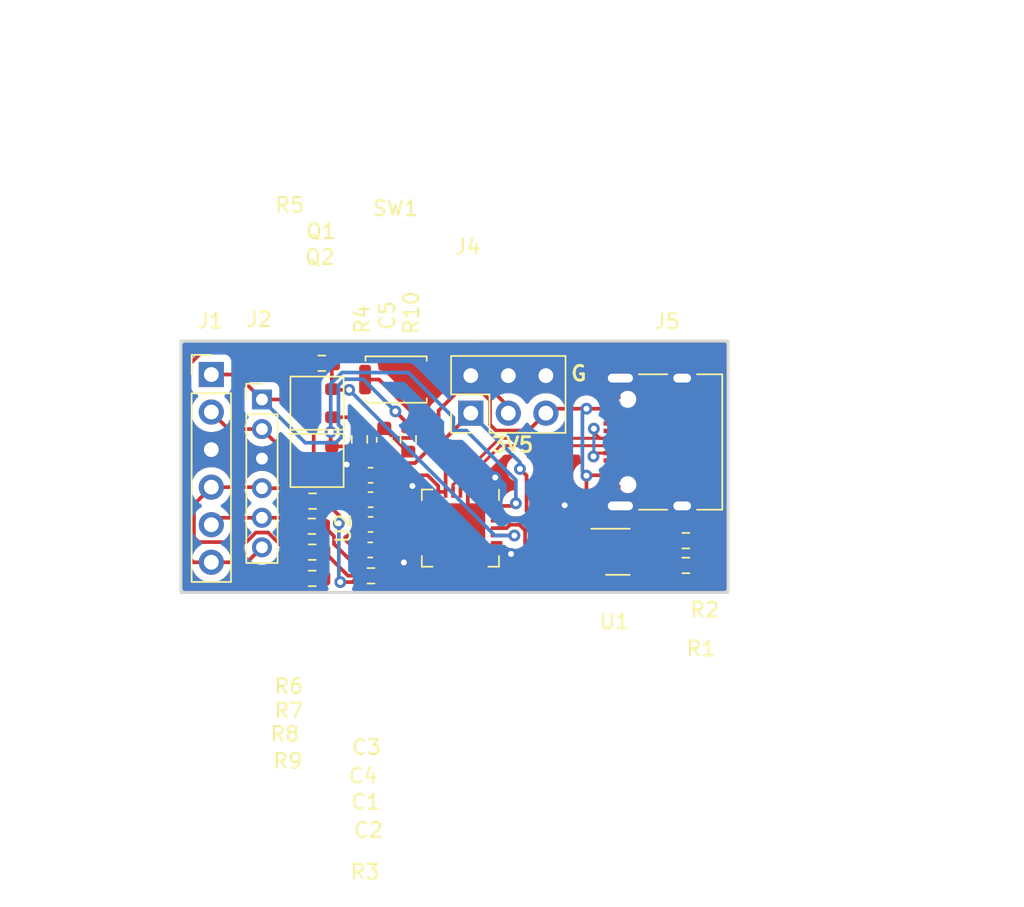
<source format=kicad_pcb>
(kicad_pcb (version 20221018) (generator pcbnew)
  (layers (0 "F.Cu" signal) (31 "B.Cu" signal) (34 "B.Paste" user) (35 "F.Paste" user) (36 "B.SilkS" user "B.Silkscreen") (37 "F.SilkS" user "F.Silkscreen") (38 "B.Mask" user) (39 "F.Mask" user) (44 "Edge.Cuts" user))
  (net 0 "")
  (net 1 "/5V")
  (net 2 "GND")
  (net 3 "/3V3")
  (net 4 "/EN")
  (net 5 "/IO0")
  (net 6 "/RX")
  (net 7 "/VOUT")
  (net 8 "Net-(J5-CC1)")
  (net 9 "/D+")
  (net 10 "/D-")
  (net 11 "Net-(J5-CC2)")
  (net 12 "Net-(Q1-B)")
  (net 13 "/RTS")
  (net 14 "Net-(Q2-B)")
  (net 15 "/DTR")
  (net 16 "Net-(U2-TXD)")
  (net 17 "/TXD")
  (net 18 "/TX")
  (net 19 "/RXD")
  (net 39 "Net-(C5-Pad2)")
  (footprint "Resistor_SMD:R_0603_1608Metric" (layer "F.Cu") (at 108.9 70.825)
    (fp_text reference "R6" (at -1.6 12.525) (layer "F.SilkS"))
    (fp_text value "0")
    (fp_line (start -0.237258 -0.5225) (end 0.237258 -0.5225) (stroke (width 0.12)) (layer "F.SilkS"))
    (fp_line (start -0.237258 0.5225) (end 0.237258 0.5225) (stroke (width 0.12)) (layer "F.SilkS"))
    (pad "1" smd roundrect (at -0.825 0) (size 0.8 0.95) (layers "F.Cu" "F.Paste" "F.Mask") (net 6 "/RX"))
    (pad "2" smd roundrect (at 0.825 0) (size 0.8 0.95) (layers "F.Cu" "F.Paste" "F.Mask") (net 17 "/TXD"))
  )
  (footprint "Resistor_SMD:R_0603_1608Metric" (layer "F.Cu") (at 112.075 66.65 90)
    (fp_text reference "R4" (at 8.125 0.175 90) (layer "F.SilkS"))
    (fp_text value "12k")
    (fp_line (start -0.237258 -0.5225) (end 0.237258 -0.5225) (stroke (width 0.12)) (layer "F.SilkS"))
    (fp_line (start -0.237258 0.5225) (end 0.237258 0.5225) (stroke (width 0.12)) (layer "F.SilkS"))
    (pad "1" smd roundrect (at -0.825 0 90) (size 0.8 0.95) (layers "F.Cu" "F.Paste" "F.Mask") (net 15 "/DTR"))
    (pad "2" smd roundrect (at 0.825 0 90) (size 0.8 0.95) (layers "F.Cu" "F.Paste" "F.Mask") (net 12 "Net-(Q1-B)"))
  )
  (footprint "Connector_USB:USB_C_Receptacle_XKB_U262-16XN-4BVC11" (layer "F.Cu") (at 132.825 66.825 90)
    (fp_text reference "J5" (at 8.15 0.05 180) (layer "F.SilkS"))
    (fp_text value "USB_C_Receptacle_USB2.0_14P")
    (fp_line (start -4.58 -1.85) (end -4.58 0.07) (stroke (width 0.12)) (layer "F.SilkS"))
    (fp_line (start -4.58 3.785) (end -4.58 2.08) (stroke (width 0.12)) (layer "F.SilkS"))
    (fp_line (start 4.58 0.07) (end 4.58 -1.85) (stroke (width 0.12)) (layer "F.SilkS"))
    (fp_line (start 4.58 2.08) (end 4.58 3.785) (stroke (width 0.12)) (layer "F.SilkS"))
    (fp_line (start 4.58 3.785) (end -4.58 3.785) (stroke (width 0.12)) (layer "F.SilkS"))
    (pad "" np_thru_hole circle (at -2.89 -2.605 90) (size 0.65 0.65) (drill 0.65) (layers "*.Cu" "*.Mask"))
    (pad "" np_thru_hole circle (at 2.89 -2.605 90) (size 0.65 0.65) (drill 0.65) (layers "*.Cu" "*.Mask"))
    (pad "A1" smd rect (at -3.35 -3.67 90) (size 0.3 1.15) (layers "F.Cu" "F.Paste" "F.Mask") (net 2 "GND"))
    (pad "A4" smd rect (at -2.55 -3.67 90) (size 0.3 1.15) (layers "F.Cu" "F.Paste" "F.Mask") (net 1 "/5V"))
    (pad "A5" smd rect (at -1.25 -3.67 90) (size 0.3 1.15) (layers "F.Cu" "F.Paste" "F.Mask") (net 8 "Net-(J5-CC1)"))
    (pad "A6" smd rect (at -0.25 -3.67 90) (size 0.3 1.15) (layers "F.Cu" "F.Paste" "F.Mask") (net 9 "/D+"))
    (pad "A7" smd rect (at 0.25 -3.67 90) (size 0.3 1.15) (layers "F.Cu" "F.Paste" "F.Mask") (net 10 "/D-"))
    (pad "A8" smd rect (at 1.25 -3.67 90) (size 0.3 1.15) (layers "F.Cu" "F.Paste" "F.Mask"))
    (pad "A9" smd rect (at 2.55 -3.67 90) (size 0.3 1.15) (layers "F.Cu" "F.Paste" "F.Mask") (net 1 "/5V"))
    (pad "A12" smd rect (at 3.35 -3.67 90) (size 0.3 1.15) (layers "F.Cu" "F.Paste" "F.Mask") (net 2 "GND"))
    (pad "B1" smd rect (at 3.05 -3.67 90) (size 0.3 1.15) (layers "F.Cu" "F.Paste" "F.Mask") (net 2 "GND"))
    (pad "B4" smd rect (at 2.25 -3.67 90) (size 0.3 1.15) (layers "F.Cu" "F.Paste" "F.Mask") (net 1 "/5V"))
    (pad "B5" smd rect (at 1.75 -3.67 90) (size 0.3 1.15) (layers "F.Cu" "F.Paste" "F.Mask") (net 11 "Net-(J5-CC2)"))
    (pad "B6" smd rect (at 0.75 -3.67 90) (size 0.3 1.15) (layers "F.Cu" "F.Paste" "F.Mask") (net 9 "/D+"))
    (pad "B7" smd rect (at -0.75 -3.67 90) (size 0.3 1.15) (layers "F.Cu" "F.Paste" "F.Mask") (net 10 "/D-"))
    (pad "B8" smd rect (at -1.75 -3.67 90) (size 0.3 1.15) (layers "F.Cu" "F.Paste" "F.Mask"))
    (pad "B9" smd rect (at -2.25 -3.67 90) (size 0.3 1.15) (layers "F.Cu" "F.Paste" "F.Mask") (net 1 "/5V"))
    (pad "B12" smd rect (at -3.05 -3.67 90) (size 0.3 1.15) (layers "F.Cu" "F.Paste" "F.Mask") (net 2 "GND"))
    (pad "S1" thru_hole oval (at -4.32 -3.105 90) (size 1 2.1) (drill oval 0.6 1.7) (layers "*.Cu" "*.Mask") (net 2 "GND"))
    (pad "S1" thru_hole oval (at -4.32 1.075 90) (size 1 1.6) (drill oval 0.6 1.2) (layers "*.Cu" "*.Mask") (net 2 "GND"))
    (pad "S1" thru_hole oval (at 4.32 -3.105 90) (size 1 2.1) (drill oval 0.6 1.7) (layers "*.Cu" "*.Mask") (net 2 "GND"))
    (pad "S1" thru_hole oval (at 4.32 1.075 90) (size 1 1.6) (drill oval 0.6 1.2) (layers "*.Cu" "*.Mask") (net 2 "GND"))
  )
  (footprint "Resistor_SMD:R_0603_1608Metric" (layer "F.Cu") (at 134.15 73.5 180)
    (fp_text reference "R1" (at -1.025 -7.3) (layer "F.SilkS"))
    (fp_text value "5.1k")
    (fp_line (start -0.237258 -0.5225) (end 0.237258 -0.5225) (stroke (width 0.12)) (layer "F.SilkS"))
    (fp_line (start -0.237258 0.5225) (end 0.237258 0.5225) (stroke (width 0.12)) (layer "F.SilkS"))
    (pad "1" smd roundrect (at -0.825 0 180) (size 0.8 0.95) (layers "F.Cu" "F.Paste" "F.Mask") (net 2 "GND"))
    (pad "2" smd roundrect (at 0.825 0 180) (size 0.8 0.95) (layers "F.Cu" "F.Paste" "F.Mask") (net 11 "Net-(J5-CC2)"))
  )
  (footprint "Connector_PinHeader_2.00mm:PinHeader_1x06_P2.00mm_Vertical" (layer "F.Cu") (at 105.475 63.95)
    (fp_text reference "J2" (at -0.175 -5.425) (layer "F.SilkS"))
    (fp_text value "Conn_01x06_Pin")
    (fp_line (start -1.06 -1.06) (end 0 -1.06) (stroke (width 0.12)) (layer "F.SilkS"))
    (fp_line (start -1.06 0) (end -1.06 -1.06) (stroke (width 0.12)) (layer "F.SilkS"))
    (fp_line (start -1.06 1) (end -1.06 11.06) (stroke (width 0.12)) (layer "F.SilkS"))
    (fp_line (start -1.06 1) (end 1.06 1) (stroke (width 0.12)) (layer "F.SilkS"))
    (fp_line (start -1.06 11.06) (end 1.06 11.06) (stroke (width 0.12)) (layer "F.SilkS"))
    (fp_line (start 1.06 1) (end 1.06 11.06) (stroke (width 0.12)) (layer "F.SilkS"))
    (pad "1" thru_hole rect (at 0 0) (size 1.35 1.35) (drill 0.8) (layers "*.Cu" "*.Mask") (net 4 "/EN"))
    (pad "2" thru_hole oval (at 0 2) (size 1.35 1.35) (drill 0.8) (layers "*.Cu" "*.Mask") (net 5 "/IO0"))
    (pad "3" thru_hole oval (at 0 4) (size 1.35 1.35) (drill 0.8) (layers "*.Cu" "*.Mask") (net 2 "GND"))
    (pad "4" thru_hole oval (at 0 6) (size 1.35 1.35) (drill 0.8) (layers "*.Cu" "*.Mask") (net 6 "/RX"))
    (pad "5" thru_hole oval (at 0 8) (size 1.35 1.35) (drill 0.8) (layers "*.Cu" "*.Mask") (net 18 "/TX"))
    (pad "6" thru_hole oval (at 0 10) (size 1.35 1.35) (drill 0.8) (layers "*.Cu" "*.Mask") (net 7 "/VOUT"))
  )
  (footprint "Capacitor_SMD:C_0603_1608Metric" (layer "F.Cu") (at 112.825 69.075 180)
    (fp_text reference "C3" (at 0.275 -18.4) (layer "F.SilkS"))
    (fp_text value "10uF")
    (fp_line (start -0.14058 -0.51) (end 0.14058 -0.51) (stroke (width 0.12)) (layer "F.SilkS"))
    (fp_line (start -0.14058 0.51) (end 0.14058 0.51) (stroke (width 0.12)) (layer "F.SilkS"))
    (pad "1" smd roundrect (at -0.775 0 180) (size 0.9 0.95) (layers "F.Cu" "F.Paste" "F.Mask") (net 3 "/3V3"))
    (pad "2" smd roundrect (at 0.775 0 180) (size 0.9 0.95) (layers "F.Cu" "F.Paste" "F.Mask") (net 2 "GND"))
  )
  (footprint "Package_DFN_QFN:QFN-28-1EP_5x5mm_P0.5mm_EP3.35x3.35mm" (layer "F.Cu") (at 118.9 72.65 -90)
    (fp_text reference "U2" (at 0.025 7.925 90) (layer "F.SilkS"))
    (fp_text value "CP2102N-Axx-xQFN28")
    (fp_line (start -2.61 2.61) (end -2.61 1.885) (stroke (width 0.12)) (layer "F.SilkS"))
    (fp_line (start -1.885 -2.61) (end -2.61 -2.61) (stroke (width 0.12)) (layer "F.SilkS"))
    (fp_line (start -1.885 2.61) (end -2.61 2.61) (stroke (width 0.12)) (layer "F.SilkS"))
    (fp_line (start 1.885 -2.61) (end 2.61 -2.61) (stroke (width 0.12)) (layer "F.SilkS"))
    (fp_line (start 1.885 2.61) (end 2.61 2.61) (stroke (width 0.12)) (layer "F.SilkS"))
    (fp_line (start 2.61 -2.61) (end 2.61 -1.885) (stroke (width 0.12)) (layer "F.SilkS"))
    (fp_line (start 2.61 2.61) (end 2.61 1.885) (stroke (width 0.12)) (layer "F.SilkS"))
    (pad "1" smd roundrect (at -2.45 -1.5 270) (size 0.8 0.25) (layers "F.Cu" "F.Paste" "F.Mask"))
    (pad "2" smd roundrect (at -2.45 -1 270) (size 0.8 0.25) (layers "F.Cu" "F.Paste" "F.Mask"))
    (pad "3" smd roundrect (at -2.45 -0.5 270) (size 0.8 0.25) (layers "F.Cu" "F.Paste" "F.Mask") (net 2 "GND"))
    (pad "4" smd roundrect (at -2.45 0 270) (size 0.8 0.25) (layers "F.Cu" "F.Paste" "F.Mask") (net 9 "/D+"))
    (pad "5" smd roundrect (at -2.45 0.5 270) (size 0.8 0.25) (layers "F.Cu" "F.Paste" "F.Mask") (net 10 "/D-"))
    (pad "6" smd roundrect (at -2.45 1 270) (size 0.8 0.25) (layers "F.Cu" "F.Paste" "F.Mask") (net 3 "/3V3"))
    (pad "7" smd roundrect (at -2.45 1.5 270) (size 0.8 0.25) (layers "F.Cu" "F.Paste" "F.Mask") (net 3 "/3V3"))
    (pad "8" smd roundrect (at -1.5 2.45 270) (size 0.25 0.8) (layers "F.Cu" "F.Paste" "F.Mask") (net 1 "/5V"))
    (pad "9" smd roundrect (at -1 2.45 270) (size 0.25 0.8) (layers "F.Cu" "F.Paste" "F.Mask"))
    (pad "10" smd roundrect (at -0.5 2.45 270) (size 0.25 0.8) (layers "F.Cu" "F.Paste" "F.Mask"))
    (pad "11" smd roundrect (at 0 2.45 270) (size 0.25 0.8) (layers "F.Cu" "F.Paste" "F.Mask"))
    (pad "12" smd roundrect (at 0.5 2.45 270) (size 0.25 0.8) (layers "F.Cu" "F.Paste" "F.Mask"))
    (pad "13" smd roundrect (at 1 2.45 270) (size 0.25 0.8) (layers "F.Cu" "F.Paste" "F.Mask"))
    (pad "14" smd roundrect (at 1.5 2.45 270) (size 0.25 0.8) (layers "F.Cu" "F.Paste" "F.Mask"))
    (pad "15" smd roundrect (at 2.45 1.5 270) (size 0.8 0.25) (layers "F.Cu" "F.Paste" "F.Mask"))
    (pad "16" smd roundrect (at 2.45 1 270) (size 0.8 0.25) (layers "F.Cu" "F.Paste" "F.Mask"))
    (pad "17" smd roundrect (at 2.45 0.5 270) (size 0.8 0.25) (layers "F.Cu" "F.Paste" "F.Mask"))
    (pad "18" smd roundrect (at 2.45 0 270) (size 0.8 0.25) (layers "F.Cu" "F.Paste" "F.Mask"))
    (pad "19" smd roundrect (at 2.45 -0.5 270) (size 0.8 0.25) (layers "F.Cu" "F.Paste" "F.Mask"))
    (pad "20" smd roundrect (at 2.45 -1 270) (size 0.8 0.25) (layers "F.Cu" "F.Paste" "F.Mask"))
    (pad "21" smd roundrect (at 2.45 -1.5 270) (size 0.8 0.25) (layers "F.Cu" "F.Paste" "F.Mask"))
    (pad "22" smd roundrect (at 1.5 -2.45 270) (size 0.25 0.8) (layers "F.Cu" "F.Paste" "F.Mask"))
    (pad "23" smd roundrect (at 1 -2.45 270) (size 0.25 0.8) (layers "F.Cu" "F.Paste" "F.Mask"))
    (pad "24" smd roundrect (at 0.5 -2.45 270) (size 0.25 0.8) (layers "F.Cu" "F.Paste" "F.Mask") (net 13 "/RTS"))
    (pad "25" smd roundrect (at 0 -2.45 270) (size 0.25 0.8) (layers "F.Cu" "F.Paste" "F.Mask") (net 19 "/RXD"))
    (pad "26" smd roundrect (at -0.5 -2.45 270) (size 0.25 0.8) (layers "F.Cu" "F.Paste" "F.Mask") (net 16 "Net-(U2-TXD)"))
    (pad "27" smd roundrect (at -1 -2.45 270) (size 0.25 0.8) (layers "F.Cu" "F.Paste" "F.Mask"))
    (pad "28" smd roundrect (at -1.5 -2.45 270) (size 0.25 0.8) (layers "F.Cu" "F.Paste" "F.Mask") (net 15 "/DTR"))
    (pad "29" smd rect (at 0 0 270) (size 3.35 3.35) (layers "F.Cu" "F.Mask") (net 2 "GND"))
  )
  (footprint "Connector_PinHeader_2.54mm:PinHeader_2x03_P2.54mm_Vertical" (layer "F.Cu") (at 119.6 64.875 90)
    (fp_text reference "J4" (at 11.25 -0.2 180) (layer "F.SilkS"))
    (fp_text value "Conn_01x06_Pin")
    (fp_line (start -1.33 -1.33) (end 0 -1.33) (stroke (width 0.12)) (layer "F.SilkS"))
    (fp_line (start -1.33 0) (end -1.33 -1.33) (stroke (width 0.12)) (layer "F.SilkS"))
    (fp_line (start -1.33 1.27) (end -1.33 6.41) (stroke (width 0.12)) (layer "F.SilkS"))
    (fp_line (start -1.33 1.27) (end 1.27 1.27) (stroke (width 0.12)) (layer "F.SilkS"))
    (fp_line (start -1.33 6.41) (end 3.87 6.41) (stroke (width 0.12)) (layer "F.SilkS"))
    (fp_line (start 1.27 -1.33) (end 3.87 -1.33) (stroke (width 0.12)) (layer "F.SilkS"))
    (fp_line (start 1.27 1.27) (end 1.27 -1.33) (stroke (width 0.12)) (layer "F.SilkS"))
    (fp_line (start 3.87 -1.33) (end 3.87 6.41) (stroke (width 0.12)) (layer "F.SilkS"))
    (pad "1" thru_hole rect (at 0 0 90) (size 1.7 1.7) (drill 1) (layers "*.Cu" "*.Mask") (net 3 "/3V3"))
    (pad "2" thru_hole oval (at 2.54 0 90) (size 1.7 1.7) (drill 1) (layers "*.Cu" "*.Mask") (net 2 "GND"))
    (pad "3" thru_hole oval (at 0 2.54 90) (size 1.7 1.7) (drill 1) (layers "*.Cu" "*.Mask") (net 7 "/VOUT"))
    (pad "4" thru_hole oval (at 2.54 2.54 90) (size 1.7 1.7) (drill 1) (layers "*.Cu" "*.Mask") (net 2 "GND"))
    (pad "5" thru_hole oval (at 0 5.08 90) (size 1.7 1.7) (drill 1) (layers "*.Cu" "*.Mask") (net 1 "/5V"))
    (pad "6" thru_hole oval (at 2.54 5.08 90) (size 1.7 1.7) (drill 1) (layers "*.Cu" "*.Mask") (net 2 "GND"))
  )
  (footprint "Capacitor_SMD:C_0603_1608Metric" (layer "F.Cu") (at 112.8 74.125 180)
    (fp_text reference "C2" (at 0.125 -18.95) (layer "F.SilkS"))
    (fp_text value "0.1uF")
    (fp_line (start -0.14058 -0.51) (end 0.14058 -0.51) (stroke (width 0.12)) (layer "F.SilkS"))
    (fp_line (start -0.14058 0.51) (end 0.14058 0.51) (stroke (width 0.12)) (layer "F.SilkS"))
    (pad "1" smd roundrect (at -0.775 0 180) (size 0.9 0.95) (layers "F.Cu" "F.Paste" "F.Mask") (net 1 "/5V"))
    (pad "2" smd roundrect (at 0.775 0 180) (size 0.9 0.95) (layers "F.Cu" "F.Paste" "F.Mask") (net 2 "GND"))
  )
  (footprint "Capacitor_SMD:C_0603_1608Metric" (layer "F.Cu") (at 112.825 72.4 180)
    (fp_text reference "C1" (at 0.325 -18.775) (layer "F.SilkS"))
    (fp_text value "10uF")
    (fp_line (start -0.14058 -0.51) (end 0.14058 -0.51) (stroke (width 0.12)) (layer "F.SilkS"))
    (fp_line (start -0.14058 0.51) (end 0.14058 0.51) (stroke (width 0.12)) (layer "F.SilkS"))
    (pad "1" smd roundrect (at -0.775 0 180) (size 0.9 0.95) (layers "F.Cu" "F.Paste" "F.Mask") (net 1 "/5V"))
    (pad "2" smd roundrect (at 0.775 0 180) (size 0.9 0.95) (layers "F.Cu" "F.Paste" "F.Mask") (net 2 "GND"))
  )
  (footprint "Package_TO_SOT_SMD_AKL:SOT-23" (layer "F.Cu") (at 109.2 64.2 180)
    (fp_text reference "Q1" (at -0.275 11.625) (layer "F.SilkS"))
    (fp_text value "MMSS8050" hide)
    (fp_line (start -1.8 -1.8) (end -1.8 1.8) (stroke (width 0.12)) (layer "F.SilkS"))
    (fp_line (start -1.8 1.8) (end 1.8 1.8) (stroke (width 0.12)) (layer "F.SilkS"))
    (fp_line (start 1.8 -1.8) (end -1.8 -1.8) (stroke (width 0.12)) (layer "F.SilkS"))
    (fp_line (start 1.8 1.8) (end 1.8 -1.8) (stroke (width 0.12)) (layer "F.SilkS"))
    (pad "1" smd roundrect (at -1 -0.95 180) (size 0.9 0.8) (layers "F.Cu" "F.Paste" "F.Mask") (net 12 "Net-(Q1-B)"))
    (pad "2" smd roundrect (at -1 0.95 180) (size 0.9 0.8) (layers "F.Cu" "F.Paste" "F.Mask") (net 13 "/RTS"))
    (pad "3" smd roundrect (at 1 0 180) (size 0.9 0.8) (layers "F.Cu" "F.Paste" "F.Mask") (net 4 "/EN"))
  )
  (footprint "Capacitor_SMD:C_0603_1608Metric" (layer "F.Cu") (at 112.825 70.725 180)
    (fp_text reference "C4" (at 0.5 -18.675) (layer "F.SilkS"))
    (fp_text value "0.1uF")
    (fp_line (start -0.14058 -0.51) (end 0.14058 -0.51) (stroke (width 0.12)) (layer "F.SilkS"))
    (fp_line (start -0.14058 0.51) (end 0.14058 0.51) (stroke (width 0.12)) (layer "F.SilkS"))
    (pad "1" smd roundrect (at -0.775 0 180) (size 0.9 0.95) (layers "F.Cu" "F.Paste" "F.Mask") (net 3 "/3V3"))
    (pad "2" smd roundrect (at 0.775 0 180) (size 0.9 0.95) (layers "F.Cu" "F.Paste" "F.Mask") (net 2 "GND"))
  )
  (footprint "Resistor_SMD:R_0603_1608Metric" (layer "F.Cu") (at 108.875 76.05)
    (fp_text reference "R9" (at -1.65 12.35) (layer "F.SilkS"))
    (fp_text value "NP")
    (fp_line (start -0.237258 -0.5225) (end 0.237258 -0.5225) (stroke (width 0.12)) (layer "F.SilkS"))
    (fp_line (start -0.237258 0.5225) (end 0.237258 0.5225) (stroke (width 0.12)) (layer "F.SilkS"))
    (pad "1" smd roundrect (at -0.825 0) (size 0.8 0.95) (layers "F.Cu" "F.Paste" "F.Mask") (net 6 "/RX"))
    (pad "2" smd roundrect (at 0.825 0) (size 0.8 0.95) (layers "F.Cu" "F.Paste" "F.Mask") (net 19 "/RXD"))
  )
  (footprint "Package_TO_SOT_SMD_AKL:SOT-23" (layer "F.Cu") (at 109.2 68.075 180)
    (fp_text reference "Q2" (at -0.2 13.75) (layer "F.SilkS"))
    (fp_text value "MMSS8050" hide)
    (fp_line (start -1.8 -1.8) (end -1.8 1.8) (stroke (width 0.12)) (layer "F.SilkS"))
    (fp_line (start -1.8 1.8) (end 1.8 1.8) (stroke (width 0.12)) (layer "F.SilkS"))
    (fp_line (start 1.8 -1.8) (end -1.8 -1.8) (stroke (width 0.12)) (layer "F.SilkS"))
    (fp_line (start 1.8 1.8) (end 1.8 -1.8) (stroke (width 0.12)) (layer "F.SilkS"))
    (pad "1" smd roundrect (at -1 -0.95 180) (size 0.9 0.8) (layers "F.Cu" "F.Paste" "F.Mask") (net 14 "Net-(Q2-B)"))
    (pad "2" smd roundrect (at -1 0.95 180) (size 0.9 0.8) (layers "F.Cu" "F.Paste" "F.Mask") (net 15 "/DTR"))
    (pad "3" smd roundrect (at 1 0 180) (size 0.9 0.8) (layers "F.Cu" "F.Paste" "F.Mask") (net 5 "/IO0"))
  )
  (footprint "Resistor_SMD:R_0603_1608Metric" (layer "F.Cu") (at 108.875 74.275)
    (fp_text reference "R8" (at -1.85 12.3) (layer "F.SilkS"))
    (fp_text value "NP")
    (fp_line (start -0.237258 -0.5225) (end 0.237258 -0.5225) (stroke (width 0.12)) (layer "F.SilkS"))
    (fp_line (start -0.237258 0.5225) (end 0.237258 0.5225) (stroke (width 0.12)) (layer "F.SilkS"))
    (pad "1" smd roundrect (at -0.825 0) (size 0.8 0.95) (layers "F.Cu" "F.Paste" "F.Mask") (net 18 "/TX"))
    (pad "2" smd roundrect (at 0.825 0) (size 0.8 0.95) (layers "F.Cu" "F.Paste" "F.Mask") (net 17 "/TXD"))
  )
  (footprint "Resistor_SMD:R_0603_1608Metric" (layer "F.Cu") (at 108.85 72.525)
    (fp_text reference "R7" (at -1.55 12.475) (layer "F.SilkS"))
    (fp_text value "0")
    (fp_line (start -0.237258 -0.5225) (end 0.237258 -0.5225) (stroke (width 0.12)) (layer "F.SilkS"))
    (fp_line (start -0.237258 0.5225) (end 0.237258 0.5225) (stroke (width 0.12)) (layer "F.SilkS"))
    (pad "1" smd roundrect (at -0.825 0) (size 0.8 0.95) (layers "F.Cu" "F.Paste" "F.Mask") (net 18 "/TX"))
    (pad "2" smd roundrect (at 0.825 0) (size 0.8 0.95) (layers "F.Cu" "F.Paste" "F.Mask") (net 19 "/RXD"))
  )
  (footprint "Resistor_SMD:R_0603_1608Metric" (layer "F.Cu") (at 134.15 75.175 180)
    (fp_text reference "R2" (at -1.275 -3) (layer "F.SilkS"))
    (fp_text value "5.1k")
    (fp_line (start -0.237258 -0.5225) (end 0.237258 -0.5225) (stroke (width 0.12)) (layer "F.SilkS"))
    (fp_line (start -0.237258 0.5225) (end 0.237258 0.5225) (stroke (width 0.12)) (layer "F.SilkS"))
    (pad "1" smd roundrect (at -0.825 0 180) (size 0.8 0.95) (layers "F.Cu" "F.Paste" "F.Mask") (net 2 "GND"))
    (pad "2" smd roundrect (at 0.825 0 180) (size 0.8 0.95) (layers "F.Cu" "F.Paste" "F.Mask") (net 8 "Net-(J5-CC1)"))
  )
  (footprint "Connector_PinHeader_2.54mm:PinHeader_1x06_P2.54mm_Vertical" (layer "F.Cu") (at 102.05 62.26)
    (fp_text reference "J1" (at -0.05 -3.635) (layer "F.SilkS"))
    (fp_text value "Conn_01x06_Pin")
    (fp_line (start -1.33 -1.33) (end 0 -1.33) (stroke (width 0.12)) (layer "F.SilkS"))
    (fp_line (start -1.33 0) (end -1.33 -1.33) (stroke (width 0.12)) (layer "F.SilkS"))
    (fp_line (start -1.33 1.27) (end -1.33 14.03) (stroke (width 0.12)) (layer "F.SilkS"))
    (fp_line (start -1.33 1.27) (end 1.33 1.27) (stroke (width 0.12)) (layer "F.SilkS"))
    (fp_line (start -1.33 14.03) (end 1.33 14.03) (stroke (width 0.12)) (layer "F.SilkS"))
    (fp_line (start 1.33 1.27) (end 1.33 14.03) (stroke (width 0.12)) (layer "F.SilkS"))
    (pad "1" thru_hole rect (at 0 0) (size 1.7 1.7) (drill 1) (layers "*.Cu" "*.Mask") (net 4 "/EN"))
    (pad "2" thru_hole oval (at 0 2.54) (size 1.7 1.7) (drill 1) (layers "*.Cu" "*.Mask") (net 5 "/IO0"))
    (pad "3" thru_hole oval (at 0 5.08) (size 1.7 1.7) (drill 1) (layers "*.Cu" "*.Mask") (net 2 "GND"))
    (pad "4" thru_hole oval (at 0 7.62) (size 1.7 1.7) (drill 1) (layers "*.Cu" "*.Mask") (net 6 "/RX"))
    (pad "5" thru_hole oval (at 0 10.16) (size 1.7 1.7) (drill 1) (layers "*.Cu" "*.Mask") (net 18 "/TX"))
    (pad "6" thru_hole oval (at 0 12.7) (size 1.7 1.7) (drill 1) (layers "*.Cu" "*.Mask") (net 7 "/VOUT"))
  )
  (footprint "Package_TO_SOT_SMD:SOT-23-5" (layer "F.Cu") (at 129.55 74.25)
    (fp_text reference "U1" (at -0.225 4.725) (layer "F.SilkS"))
    (fp_text value "SPX3819M5-L-3-3")
    (fp_line (start 0 -1.56) (end -1.8 -1.56) (stroke (width 0.12)) (layer "F.SilkS"))
    (fp_line (start 0 -1.56) (end 0.8 -1.56) (stroke (width 0.12)) (layer "F.SilkS"))
    (fp_line (start 0 1.56) (end -0.8 1.56) (stroke (width 0.12)) (layer "F.SilkS"))
    (fp_line (start 0 1.56) (end 0.8 1.56) (stroke (width 0.12)) (layer "F.SilkS"))
    (pad "1" smd roundrect (at -1.1375 -0.95) (size 1.325 0.6) (layers "F.Cu" "F.Paste" "F.Mask") (net 1 "/5V"))
    (pad "2" smd roundrect (at -1.1375 0) (size 1.325 0.6) (layers "F.Cu" "F.Paste" "F.Mask") (net 2 "GND"))
    (pad "3" smd roundrect (at -1.1375 0.95) (size 1.325 0.6) (layers "F.Cu" "F.Paste" "F.Mask") (net 1 "/5V"))
    (pad "4" smd roundrect (at 1.1375 0.95) (size 1.325 0.6) (layers "F.Cu" "F.Paste" "F.Mask"))
    (pad "5" smd roundrect (at 1.1375 -0.95) (size 1.325 0.6) (layers "F.Cu" "F.Paste" "F.Mask") (net 3 "/3V3"))
  )
  (footprint "Button_Switch_SMD:SW_Push_SPST_NO_Alps_SKRK" (layer "F.Cu") (at 114.55 62.6 180)
    (fp_text reference "SW1" (at 0.05 11.575) (layer "F.SilkS"))
    (fp_text value "XUNPU TS-1088R-02526")
    (fp_line (start -2.07 -1.57) (end 2.07 -1.57) (stroke (width 0.12)) (layer "F.SilkS"))
    (fp_line (start -2.07 -1.27) (end -2.07 -1.57) (stroke (width 0.12)) (layer "F.SilkS"))
    (fp_line (start -2.07 1.57) (end -2.07 1.27) (stroke (width 0.12)) (layer "F.SilkS"))
    (fp_line (start 2.07 -1.57) (end 2.07 -1.27) (stroke (width 0.12)) (layer "F.SilkS"))
    (fp_line (start 2.07 1.27) (end 2.07 1.57) (stroke (width 0.12)) (layer "F.SilkS"))
    (fp_line (start 2.07 1.57) (end -2.07 1.57) (stroke (width 0.12)) (layer "F.SilkS"))
    (pad "1" smd roundrect (at -2.1 0 180) (size 0.8 2) (layers "F.Cu" "F.Paste" "F.Mask") (net 2 "GND"))
    (pad "2" smd roundrect (at 2.1 0 180) (size 0.8 2) (layers "F.Cu" "F.Paste" "F.Mask") (net 39 "Net-(C5-Pad2)"))
  )
  (footprint "Resistor_SMD:R_0603_1608Metric" (layer "F.Cu") (at 109.525 61.5 180)
    (fp_text reference "R5" (at 2.175 10.7) (layer "F.SilkS"))
    (fp_text value "12k")
    (fp_line (start -0.237258 -0.5225) (end 0.237258 -0.5225) (stroke (width 0.12)) (layer "F.SilkS"))
    (fp_line (start -0.237258 0.5225) (end 0.237258 0.5225) (stroke (width 0.12)) (layer "F.SilkS"))
    (pad "1" smd roundrect (at -0.825 0 180) (size 0.8 0.95) (layers "F.Cu" "F.Paste" "F.Mask") (net 13 "/RTS"))
    (pad "2" smd roundrect (at 0.825 0 180) (size 0.8 0.95) (layers "F.Cu" "F.Paste" "F.Mask") (net 14 "Net-(Q2-B)"))
  )
  (footprint "Resistor_SMD:R_0603_1608Metric" (layer "F.Cu") (at 112.85 75.875 180)
    (fp_text reference "R3" (at 0.4 -20.025) (layer "F.SilkS"))
    (fp_text value "470")
    (fp_line (start -0.237258 -0.5225) (end 0.237258 -0.5225) (stroke (width 0.12)) (layer "F.SilkS"))
    (fp_line (start -0.237258 0.5225) (end 0.237258 0.5225) (stroke (width 0.12)) (layer "F.SilkS"))
    (pad "1" smd roundrect (at -0.825 0 180) (size 0.8 0.95) (layers "F.Cu" "F.Paste" "F.Mask") (net 16 "Net-(U2-TXD)"))
    (pad "2" smd roundrect (at 0.825 0 180) (size 0.8 0.95) (layers "F.Cu" "F.Paste" "F.Mask") (net 17 "/TXD"))
  )
  (footprint "Resistor_SMD:R_0603_1608Metric" (layer "F.Cu") (at 115.375 66.65 90)
    (fp_text reference "R10" (at 8.575 0.2 90) (layer "F.SilkS"))
    (fp_text value "470")
    (fp_line (start -0.237258 -0.5225) (end 0.237258 -0.5225) (stroke (width 0.12)) (layer "F.SilkS"))
    (fp_line (start -0.237258 0.5225) (end 0.237258 0.5225) (stroke (width 0.12)) (layer "F.SilkS"))
    (pad "1" smd roundrect (at -0.825 0 90) (size 0.8 0.95) (layers "F.Cu" "F.Paste" "F.Mask") (net 39 "Net-(C5-Pad2)"))
    (pad "2" smd roundrect (at 0.825 0 90) (size 0.8 0.95) (layers "F.Cu" "F.Paste" "F.Mask") (net 4 "/EN"))
  )
  (footprint "Capacitor_SMD:C_0603_1608Metric" (layer "F.Cu") (at 113.75 66.675 90)
    (fp_text reference "C5" (at 8.4 0.2 90) (layer "F.SilkS"))
    (fp_text value "1nF")
    (fp_line (start -0.14058 -0.51) (end 0.14058 -0.51) (stroke (width 0.12)) (layer "F.SilkS"))
    (fp_line (start -0.14058 0.51) (end 0.14058 0.51) (stroke (width 0.12)) (layer "F.SilkS"))
    (pad "1" smd roundrect (at -0.775 0 90) (size 0.9 0.95) (layers "F.Cu" "F.Paste" "F.Mask") (net 2 "GND"))
    (pad "2" smd roundrect (at 0.775 0 90) (size 0.9 0.95) (layers "F.Cu" "F.Paste" "F.Mask") (net 39 "Net-(C5-Pad2)"))
  )
  (gr_rect (start 100 60) (end 137 77) (stroke (width 0.2)) (fill none) (layer "Edge.Cuts"))
  (gr_text "G" (at 126.275 62.775) (layer "F.SilkS") (effects (font (size 1 1) (thickness 0.2) bold) (justify left bottom)))
  (gr_text "3V5" (at 120.925 67.6) (layer "F.SilkS") (effects (font (size 1 1) (thickness 0.2) bold) (justify left bottom)))
  (segment (start 129.155 64.575) (end 127.425 64.575) (width 0.25) (layer "F.Cu") (net 1))
  (segment (start 117.425 66.648004) (end 117.425 64.7) (width 0.25) (layer "F.Cu") (net 1))
  (segment (start 127.425 69.1) (end 127.45 69.075) (width 0.25) (layer "F.Cu") (net 1))
  (segment (start 124.98 64.575) (end 124.68 64.875) (width 0.25) (layer "F.Cu") (net 1))
  (segment (start 129.425 74.849999) (end 129.074999 75.2) (width 0.25) (layer "F.Cu") (net 1))
  (segment (start 129.425 73.650001) (end 129.425 74.849999) (width 0.25) (layer "F.Cu") (net 1))
  (segment (start 123.505 66.05) (end 124.68 64.875) (width 0.25) (layer "F.Cu") (net 1))
  (segment (start 113.165948 68.25) (end 115.823004 68.25) (width 0.25) (layer "F.Cu") (net 1))
  (segment (start 116.00026 71.15) (end 116.45 71.15) (width 0.25) (layer "F.Cu") (net 1))
  (segment (start 118.625 63.5) (end 119.103299 63.5) (width 0.25) (layer "F.Cu") (net 1))
  (segment (start 113.675 72.475) (end 113.675 74.025) (width 0.25) (layer "F.Cu") (net 1))
  (segment (start 119.103299 63.5) (end 119.113299 63.51) (width 0.25) (layer "F.Cu") (net 1))
  (segment (start 115.823004 68.25) (end 117.425 66.648004) (width 0.25) (layer "F.Cu") (net 1))
  (segment (start 127.425 72.3125) (end 127.425 69.1) (width 0.25) (layer "F.Cu") (net 1))
  (segment (start 113.6 72.4) (end 113.675 72.475) (width 0.25) (layer "F.Cu") (net 1))
  (segment (start 120.9 64) (end 120.9 65.65) (width 0.25) (layer "F.Cu") (net 1))
  (segment (start 129.074999 73.3) (end 129.425 73.650001) (width 0.25) (layer "F.Cu") (net 1))
  (segment (start 121.3 66.05) (end 123.505 66.05) (width 0.25) (layer "F.Cu") (net 1))
  (segment (start 127.45 69.075) (end 129.155 69.075) (width 0.25) (layer "F.Cu") (net 1))
  (segment (start 120.9 65.65) (end 121.3 66.05) (width 0.25) (layer "F.Cu") (net 1))
  (segment (start 119.113299 63.51) (end 120.086701 63.51) (width 0.25) (layer "F.Cu") (net 1))
  (segment (start 112.825 71.625) (end 112.825 68.590948) (width 0.25) (layer "F.Cu") (net 1))
  (segment (start 115.225 71.92526) (end 116.00026 71.15) (width 0.25) (layer "F.Cu") (net 1))
  (segment (start 120.4 63.5) (end 120.9 64) (width 0.25) (layer "F.Cu") (net 1))
  (segment (start 120.086701 63.51) (end 120.096701 63.5) (width 0.25) (layer "F.Cu") (net 1))
  (segment (start 117.425 64.7) (end 118.625 63.5) (width 0.25) (layer "F.Cu") (net 1))
  (segment (start 113.6 72.4) (end 112.825 71.625) (width 0.25) (layer "F.Cu") (net 1))
  (segment (start 129.074999 75.2) (end 128.4125 75.2) (width 0.25) (layer "F.Cu") (net 1))
  (segment (start 113.6 72.4) (end 114.07474 71.92526) (width 0.25) (layer "F.Cu") (net 1))
  (segment (start 127.425 64.575) (end 124.98 64.575) (width 0.25) (layer "F.Cu") (net 1))
  (segment (start 128.4125 73.3) (end 129.074999 73.3) (width 0.25) (layer "F.Cu") (net 1))
  (segment (start 128.4125 73.3) (end 127.425 72.3125) (width 0.25) (layer "F.Cu") (net 1))
  (segment (start 114.07474 71.92526) (end 115.225 71.92526) (width 0.25) (layer "F.Cu") (net 1))
  (segment (start 120.096701 63.5) (end 120.4 63.5) (width 0.25) (layer "F.Cu") (net 1))
  (segment (start 112.825 68.590948) (end 113.165948 68.25) (width 0.25) (layer "F.Cu") (net 1))
  (segment (start 113.675 74.025) (end 113.575 74.125) (width 0.25) (layer "F.Cu") (net 1))
  (via (at 127.425 69.1) (size 0.8) (drill 0.4) (layers "F.Cu" "B.Cu") (net 1))
  (via (at 127.425 64.575) (size 0.8) (drill 0.4) (layers "F.Cu" "B.Cu") (net 1))
  (segment (start 127.15 68.825) (end 127.15 64.85) (width 0.25) (layer "B.Cu") (net 1))
  (segment (start 127.425 69.1) (end 127.15 68.825) (width 0.25) (layer "B.Cu") (net 1))
  (segment (start 127.15 64.85) (end 127.425 64.575) (width 0.25) (layer "B.Cu") (net 1))
  (segment (start 119.4 70.2) (end 119.4 72.15) (width 0.25) (layer "F.Cu") (net 2))
  (segment (start 129.155 70.58) (end 129.72 71.145) (width 0.25) (layer "F.Cu") (net 2))
  (segment (start 116.575 74.975) (end 118.9 72.65) (width 0.25) (layer "F.Cu") (net 2))
  (segment (start 120.85 74.6) (end 118.9 72.65) (width 0.25) (layer "F.Cu") (net 2))
  (segment (start 111.925 69.075) (end 111.2 68.35) (width 0.25) (layer "F.Cu") (net 2))
  (segment (start 121.25 70.3) (end 118.9 72.65) (width 0.25) (layer "F.Cu") (net 2))
  (segment (start 116.05 69.8) (end 118.9 72.65) (width 0.25) (layer "F.Cu") (net 2))
  (segment (start 121.25 69.225) (end 121.25 70.3) (width 0.25) (layer "F.Cu") (net 2))
  (segment (start 129.155 63.07) (end 129.72 62.505) (width 0.25) (layer "F.Cu") (net 2))
  (segment (start 129.155 63.775) (end 129.155 63.07) (width 0.25) (layer "F.Cu") (net 2))
  (segment (start 119.4 72.15) (end 118.9 72.65) (width 0.25) (layer "F.Cu") (net 2))
  (segment (start 112.05 69.075) (end 111.925 69.075) (width 0.25) (layer "F.Cu") (net 2))
  (segment (start 122.323542 74.397169) (end 122.120711 74.6) (width 0.25) (layer "F.Cu") (net 2))
  (segment (start 112.05 68.729552) (end 112.05 69.075) (width 0.25) (layer "F.Cu") (net 2))
  (segment (start 129.155 69.875) (end 129.155 70.58) (width 0.25) (layer "F.Cu") (net 2))
  (segment (start 122.120711 74.6) (end 120.85 74.6) (width 0.25) (layer "F.Cu") (net 2))
  (segment (start 115.65 69.8) (end 116.05 69.8) (width 0.25) (layer "F.Cu") (net 2))
  (segment (start 115.075 74.975) (end 116.575 74.975) (width 0.25) (layer "F.Cu") (net 2))
  (segment (start 113.75 67.45) (end 113.329552 67.45) (width 0.25) (layer "F.Cu") (net 2))
  (segment (start 113.329552 67.45) (end 112.05 68.729552) (width 0.25) (layer "F.Cu") (net 2))
  (via (at 122.323542 74.397169) (size 0.8) (drill 0.4) (layers "F.Cu" "B.Cu") (net 2))
  (via (at 125.95 71.1) (size 0.8) (drill 0.4) (layers "F.Cu" "B.Cu") (net 2))
  (via (at 115.65 69.8) (size 0.8) (drill 0.4) (layers "F.Cu" "B.Cu") (net 2))
  (via (at 111.2 68.35) (size 0.8) (drill 0.4) (layers "F.Cu" "B.Cu") (net 2))
  (via (at 121.25 69.225) (size 0.8) (drill 0.4) (layers "F.Cu" "B.Cu") (net 2))
  (via (at 115.075 74.975) (size 0.8) (drill 0.4) (layers "F.Cu" "B.Cu") (net 2))
  (segment (start 129.72 71.145) (end 125.995 71.145) (width 0.25) (layer "B.Cu") (net 2))
  (segment (start 125.995 71.145) (end 125.95 71.1) (width 0.25) (layer "B.Cu") (net 2))
  (segment (start 113.6 69.075) (end 116.674999 69.075) (width 0.25) (layer "F.Cu") (net 3))
  (segment (start 119.6 64.875) (end 117.9 66.575) (width 0.25) (layer "F.Cu") (net 3))
  (segment (start 131.675 75.550908) (end 131.400908 75.825) (width 0.25) (layer "F.Cu") (net 3))
  (segment (start 131.675 74.2875) (end 131.675 75.550908) (width 0.25) (layer "F.Cu") (net 3))
  (segment (start 131.400908 75.825) (end 127.699092 75.825) (width 0.25) (layer "F.Cu") (net 3))
  (segment (start 113.68 70.645) (end 113.68 69.155) (width 0.25) (layer "F.Cu") (net 3))
  (segment (start 117.4 70.2) (end 117.9 70.2) (width 0.25) (layer "F.Cu") (net 3))
  (segment (start 113.6 70.725) (end 113.68 70.645) (width 0.25) (layer "F.Cu") (net 3))
  (segment (start 113.68 69.155) (end 113.6 69.075) (width 0.25) (layer "F.Cu") (net 3))
  (segment (start 127.699092 75.825) (end 123.375 71.500908) (width 0.25) (layer "F.Cu") (net 3))
  (segment (start 116.674999 69.075) (end 117.4 69.800001) (width 0.25) (layer "F.Cu") (net 3))
  (segment (start 117.4 69.800001) (end 117.4 70.2) (width 0.25) (layer "F.Cu") (net 3))
  (segment (start 117.9 66.575) (end 117.9 70.2) (width 0.25) (layer "F.Cu") (net 3))
  (segment (start 130.6875 73.3) (end 131.675 74.2875) (width 0.25) (layer "F.Cu") (net 3))
  (segment (start 123.375 69.1) (end 122.925 68.65) (width 0.25) (layer "F.Cu") (net 3))
  (segment (start 123.375 71.500908) (end 123.375 69.1) (width 0.25) (layer "F.Cu") (net 3))
  (via (at 122.925 68.65) (size 0.8) (drill 0.4) (layers "F.Cu" "B.Cu") (net 3))
  (segment (start 122.925 68.65) (end 122.925 68.2) (width 0.25) (layer "B.Cu") (net 3))
  (segment (start 122.925 68.2) (end 119.6 64.875) (width 0.25) (layer "B.Cu") (net 3))
  (segment (start 107.95 63.95) (end 108.2 64.2) (width 0.25) (layer "F.Cu") (net 4))
  (segment (start 103.785 62.26) (end 105.475 63.95) (width 0.25) (layer "F.Cu") (net 4))
  (segment (start 105.475 63.95) (end 107.95 63.95) (width 0.25) (layer "F.Cu") (net 4))
  (segment (start 115.375 65.625) (end 114.5 64.75) (width 0.25) (layer "F.Cu") (net 4))
  (segment (start 102.05 62.26) (end 103.785 62.26) (width 0.25) (layer "F.Cu") (net 4))
  (segment (start 115.375 65.825) (end 115.375 65.625) (width 0.25) (layer "F.Cu") (net 4))
  (via (at 114.5 64.75) (size 0.8) (drill 0.4) (layers "F.Cu" "B.Cu") (net 4))
  (segment (start 110.85 66.5) (end 110.475 66.875) (width 0.25) (layer "B.Cu") (net 4))
  (segment (start 110.65 62.999695) (end 110.65 65.649695) (width 0.25) (layer "B.Cu") (net 4))
  (segment (start 111.074695 62.575) (end 110.65 62.999695) (width 0.25) (layer "B.Cu") (net 4))
  (segment (start 110.65 65.649695) (end 110.85 65.849695) (width 0.25) (layer "B.Cu") (net 4))
  (segment (start 112.325 62.575) (end 111.074695 62.575) (width 0.25) (layer "B.Cu") (net 4))
  (segment (start 110.85 65.849695) (end 110.85 66.5) (width 0.25) (layer "B.Cu") (net 4))
  (segment (start 110.475 66.875) (end 108.4 66.875) (width 0.25) (layer "B.Cu") (net 4))
  (segment (start 108.4 66.875) (end 105.475 63.95) (width 0.25) (layer "B.Cu") (net 4))
  (segment (start 114.5 64.75) (end 112.325 62.575) (width 0.25) (layer "B.Cu") (net 4))
  (segment (start 103.2 65.95) (end 102.05 64.8) (width 0.25) (layer "F.Cu") (net 5))
  (segment (start 105.475 65.95) (end 103.2 65.95) (width 0.25) (layer "F.Cu") (net 5))
  (segment (start 108.2 68.075) (end 107.6 68.075) (width 0.25) (layer "F.Cu") (net 5))
  (segment (start 107.6 68.075) (end 105.475 65.95) (width 0.25) (layer "F.Cu") (net 5))
  (segment (start 100.875 73.275) (end 101.195 73.595) (width 0.25) (layer "F.Cu") (net 6))
  (segment (start 107.2 69.95) (end 108.075 70.825) (width 0.25) (layer "F.Cu") (net 6))
  (segment (start 102.05 69.88) (end 105.405 69.88) (width 0.25) (layer "F.Cu") (net 6))
  (segment (start 107.3 75.3) (end 108.05 76.05) (width 0.25) (layer "F.Cu") (net 6))
  (segment (start 107.3 74.360786) (end 107.3 75.3) (width 0.25) (layer "F.Cu") (net 6))
  (segment (start 104.415786 73.595) (end 105.060786 72.95) (width 0.25) (layer "F.Cu") (net 6))
  (segment (start 105.405 69.88) (end 105.475 69.95) (width 0.25) (layer "F.Cu") (net 6))
  (segment (start 105.889214 72.95) (end 107.3 74.360786) (width 0.25) (layer "F.Cu") (net 6))
  (segment (start 105.475 69.95) (end 107.2 69.95) (width 0.25) (layer "F.Cu") (net 6))
  (segment (start 101.195 73.595) (end 104.415786 73.595) (width 0.25) (layer "F.Cu") (net 6))
  (segment (start 102.05 69.88) (end 100.875 71.055) (width 0.25) (layer "F.Cu") (net 6))
  (segment (start 105.060786 72.95) (end 105.889214 72.95) (width 0.25) (layer "F.Cu") (net 6))
  (segment (start 100.875 71.055) (end 100.875 73.275) (width 0.25) (layer "F.Cu") (net 6))
  (segment (start 120.965 63.253604) (end 120.965 62.038299) (width 0.25) (layer "F.Cu") (net 7))
  (segment (start 102.05 74.96) (end 104.465 74.96) (width 0.25) (layer "F.Cu") (net 7))
  (segment (start 122.14 64.428604) (end 120.965 63.253604) (width 0.25) (layer "F.Cu") (net 7))
  (segment (start 119.626701 60.7) (end 101.45 60.7) (width 0.25) (layer "F.Cu") (net 7))
  (segment (start 101.45 60.7) (end 100.425 61.725) (width 0.25) (layer "F.Cu") (net 7))
  (segment (start 122.14 64.875) (end 122.14 64.428604) (width 0.25) (layer "F.Cu") (net 7))
  (segment (start 120.965 62.038299) (end 119.626701 60.7) (width 0.25) (layer "F.Cu") (net 7))
  (segment (start 100.847919 74.96) (end 102.05 74.96) (width 0.25) (layer "F.Cu") (net 7))
  (segment (start 100.425 61.725) (end 100.425 74.537081) (width 0.25) (layer "F.Cu") (net 7))
  (segment (start 100.425 74.537081) (end 100.847919 74.96) (width 0.25) (layer "F.Cu") (net 7))
  (segment (start 104.465 74.96) (end 105.475 73.95) (width 0.25) (layer "F.Cu") (net 7))
  (segment (start 129.155 68.075) (end 129.875 68.075) (width 0.25) (layer "F.Cu") (net 8))
  (segment (start 132.325 74.175) (end 133.325 75.175) (width 0.25) (layer "F.Cu") (net 8))
  (segment (start 132.325 70.525) (end 132.325 74.175) (width 0.25) (layer "F.Cu") (net 8))
  (segment (start 129.875 68.075) (end 132.325 70.525) (width 0.25) (layer "F.Cu") (net 8))
  (segment (start 129.98 66.075) (end 129.155 66.075) (width 0.2) (layer "F.Cu") (net 9))
  (segment (start 129.155 67.075) (end 129.98 67.075) (width 0.2) (layer "F.Cu") (net 9))
  (segment (start 130.03 67.025) (end 130.03 66.125) (width 0.2) (layer "F.Cu") (net 9))
  (segment (start 118.9 70.2) (end 118.9 69.785614) (width 0.2) (layer "F.Cu") (net 9))
  (segment (start 118.9 69.785614) (end 121.610614 67.075) (width 0.2) (layer "F.Cu") (net 9))
  (segment (start 121.610614 67.075) (end 129.155 67.075) (width 0.2) (layer "F.Cu") (net 9))
  (segment (start 130.03 66.125) (end 129.98 66.075) (width 0.2) (layer "F.Cu") (net 9))
  (segment (start 129.98 67.075) (end 130.03 67.025) (width 0.2) (layer "F.Cu") (net 9))
  (segment (start 127.9 67.8) (end 128.125 67.575) (width 0.2) (layer "F.Cu") (net 10))
  (segment (start 129.155 66.575) (end 128.33 66.575) (width 0.2) (layer "F.Cu") (net 10))
  (segment (start 118.4 69.719929) (end 121.544929 66.575) (width 0.2) (layer "F.Cu") (net 10))
  (segment (start 118.4 70.2) (end 118.4 69.719929) (width 0.2) (layer "F.Cu") (net 10))
  (segment (start 127.925 66.17) (end 127.925 65.925) (width 0.2) (layer "F.Cu") (net 10))
  (segment (start 121.544929 66.575) (end 127.075 66.575) (width 0.2) (layer "F.Cu") (net 10))
  (segment (start 128.125 67.575) (end 129.155 67.575) (width 0.2) (layer "F.Cu") (net 10))
  (segment (start 127.075 66.575) (end 129.155 66.575) (width 0.2) (layer "F.Cu") (net 10))
  (segment (start 128.33 66.575) (end 127.925 66.17) (width 0.2) (layer "F.Cu") (net 10))
  (via (at 127.9 67.8) (size 0.8) (drill 0.4) (layers "F.Cu" "B.Cu") (net 10))
  (via (at 127.925 65.925) (size 0.8) (drill 0.4) (layers "F.Cu" "B.Cu") (net 10))
  (segment (start 127.925 65.925) (end 127.925 67.775) (width 0.2) (layer "B.Cu") (net 10))
  (segment (start 127.925 67.775) (end 127.9 67.8) (width 0.2) (layer "B.Cu") (net 10))
  (segment (start 131.85 65.075) (end 129.155 65.075) (width 0.25) (layer "F.Cu") (net 11))
  (segment (start 132.775 66) (end 131.85 65.075) (width 0.25) (layer "F.Cu") (net 11))
  (segment (start 132.775 72.95) (end 132.775 66) (width 0.25) (layer "F.Cu") (net 11))
  (segment (start 133.325 73.5) (end 132.775 72.95) (width 0.25) (layer "F.Cu") (net 11))
  (segment (start 111.4 65.15) (end 112.075 65.825) (width 0.25) (layer "F.Cu") (net 12))
  (segment (start 110.2 65.15) (end 111.4 65.15) (width 0.25) (layer "F.Cu") (net 12))
  (segment (start 111.375 63.3) (end 110.25 63.3) (width 0.25) (layer "F.Cu") (net 13))
  (segment (start 110.25 63.3) (end 110.2 63.25) (width 0.25) (layer "F.Cu") (net 13))
  (segment (start 110.35 61.5) (end 110.2 61.65) (width 0.25) (layer "F.Cu") (net 13))
  (segment (start 121.35 73.15) (end 122.55 73.15) (width 0.25) (layer "F.Cu") (net 13))
  (segment (start 110.2 61.65) (end 110.2 63.25) (width 0.25) (layer "F.Cu") (net 13))
  (via (at 111.375 63.3) (size 0.8) (drill 0.4) (layers "F.Cu" "B.Cu") (net 13))
  (via (at 122.55 73.15) (size 0.8) (drill 0.4) (layers "F.Cu" "B.Cu") (net 13))
  (segment (start 121.225 73.15) (end 111.375 63.3) (width 0.25) (layer "B.Cu") (net 13))
  (segment (start 122.55 73.15) (end 121.225 73.15) (width 0.25) (layer "B.Cu") (net 13))
  (segment (start 108.975 67.8) (end 108.975 63.661396) (width 0.25) (layer "F.Cu") (net 14))
  (segment (start 108.975 63.661396) (end 108.7 63.386396) (width 0.25) (layer "F.Cu") (net 14))
  (segment (start 110.2 69.025) (end 108.975 67.8) (width 0.25) (layer "F.Cu") (net 14))
  (segment (start 108.7 63.386396) (end 108.7 61.5) (width 0.25) (layer "F.Cu") (net 14))
  (segment (start 110.125 67.05) (end 110.2 67.125) (width 0.25) (layer "F.Cu") (net 15))
  (segment (start 111.725 67.125) (end 112.075 67.475) (width 0.25) (layer "F.Cu") (net 15))
  (segment (start 110.2 67.125) (end 111.725 67.125) (width 0.25) (layer "F.Cu") (net 15))
  (segment (start 122.475 71.15) (end 122.65 70.975) (width 0.25) (layer "F.Cu") (net 15))
  (segment (start 121.35 71.15) (end 122.475 71.15) (width 0.25) (layer "F.Cu") (net 15))
  (segment (start 110.125 66.15) (end 110.125 67.05) (width 0.25) (layer "F.Cu") (net 15))
  (via (at 122.65 70.975) (size 0.8) (drill 0.4) (layers "F.Cu" "B.Cu") (net 15))
  (via (at 110.125 66.15) (size 0.8) (drill 0.4) (layers "F.Cu" "B.Cu") (net 15))
  (segment (start 122.65 70.975) (end 122.65 69.4) (width 0.25) (layer "B.Cu") (net 15))
  (segment (start 118.425 66.05) (end 118.425 65.175) (width 0.25) (layer "B.Cu") (net 15))
  (segment (start 119.3 66.05) (end 118.425 66.05) (width 0.25) (layer "B.Cu") (net 15))
  (segment (start 115.375 62.125) (end 110.888299 62.125) (width 0.25) (layer "B.Cu") (net 15))
  (segment (start 110.888299 62.125) (end 110.125 62.888299) (width 0.25) (layer "B.Cu") (net 15))
  (segment (start 110.125 62.888299) (end 110.125 66.15) (width 0.25) (layer "B.Cu") (net 15))
  (segment (start 122.65 69.4) (end 119.3 66.05) (width 0.25) (layer "B.Cu") (net 15))
  (segment (start 118.425 65.175) (end 115.375 62.125) (width 0.25) (layer "B.Cu") (net 15))
  (segment (start 121.982412 76.4) (end 124 74.382412) (width 0.25) (layer "F.Cu") (net 16))
  (segment (start 121.888299 72.15) (end 121.35 72.15) (width 0.25) (layer "F.Cu") (net 16))
  (segment (start 122.063299 71.975) (end 121.888299 72.15) (width 0.25) (layer "F.Cu") (net 16))
  (segment (start 113.675 75.875) (end 114.2 76.4) (width 0.25) (layer "F.Cu") (net 16))
  (segment (start 124 72.788604) (end 123.186396 71.975) (width 0.25) (layer "F.Cu") (net 16))
  (segment (start 114.2 76.4) (end 121.982412 76.4) (width 0.25) (layer "F.Cu") (net 16))
  (segment (start 123.186396 71.975) (end 122.063299 71.975) (width 0.25) (layer "F.Cu") (net 16))
  (segment (start 124 74.382412) (end 124 72.788604) (width 0.25) (layer "F.Cu") (net 16))
  (segment (start 111.3 75.875) (end 112.025 75.875) (width 0.25) (layer "F.Cu") (net 17))
  (segment (start 110.775 76.3) (end 111.6 76.3) (width 0.25) (layer "F.Cu") (net 17))
  (segment (start 110.675 71.775) (end 110.675 72.325) (width 0.25) (layer "F.Cu") (net 17))
  (segment (start 109.7 74.275) (end 111.3 75.875) (width 0.25) (layer "F.Cu") (net 17))
  (segment (start 111.6 76.3) (end 112.025 75.875) (width 0.25) (layer "F.Cu") (net 17))
  (segment (start 109.725 70.825) (end 110.675 71.775) (width 0.25) (layer "F.Cu") (net 17))
  (via (at 110.775 76.3) (size 0.8) (drill 0.4) (layers "F.Cu" "B.Cu") (net 17))
  (via (at 110.675 72.325) (size 0.8) (drill 0.4) (layers "F.Cu" "B.Cu") (net 17))
  (segment (start 110.675 72.325) (end 110.675 76.2) (width 0.25) (layer "B.Cu") (net 17))
  (segment (start 110.675 76.2) (end 110.775 76.3) (width 0.25) (layer "B.Cu") (net 17))
  (segment (start 108.05 74.275) (end 108.05 72.55) (width 0.25) (layer "F.Cu") (net 18))
  (segment (start 105.475 71.95) (end 107.45 71.95) (width 0.25) (layer "F.Cu") (net 18))
  (segment (start 102.52 71.95) (end 105.475 71.95) (width 0.25) (layer "F.Cu") (net 18))
  (segment (start 108.05 72.55) (end 108.025 72.525) (width 0.25) (layer "F.Cu") (net 18))
  (segment (start 102.05 72.42) (end 102.52 71.95) (width 0.25) (layer "F.Cu") (net 18))
  (segment (start 107.45 71.95) (end 108.025 72.525) (width 0.25) (layer "F.Cu") (net 18))
  (segment (start 123.275 74.471016) (end 121.796016 75.95) (width 0.25) (layer "F.Cu") (net 19))
  (segment (start 122.9 72.425) (end 123.275 72.8) (width 0.25) (layer "F.Cu") (net 19))
  (segment (start 108.975 75.325) (end 108.975 73.225) (width 0.25) (layer "F.Cu") (net 19))
  (segment (start 122.024695 72.65) (end 122.249695 72.425) (width 0.25) (layer "F.Cu") (net 19))
  (segment (start 110.35 73.2) (end 109.675 72.525) (width 0.25) (layer "F.Cu") (net 19))
  (segment (start 122.249695 72.425) (end 122.9 72.425) (width 0.25) (layer "F.Cu") (net 19))
  (segment (start 110.35 73.725) (end 110.35 73.2) (width 0.25) (layer "F.Cu") (net 19))
  (segment (start 111.55 74.925) (end 110.35 73.725) (width 0.25) (layer "F.Cu") (net 19))
  (segment (start 121.35 72.65) (end 122.024695 72.65) (width 0.25) (layer "F.Cu") (net 19))
  (segment (start 109.7 76.05) (end 108.975 75.325) (width 0.25) (layer "F.Cu") (net 19))
  (segment (start 113.948004 74.925) (end 111.55 74.925) (width 0.25) (layer "F.Cu") (net 19))
  (segment (start 114.973004 75.95) (end 113.948004 74.925) (width 0.25) (layer "F.Cu") (net 19))
  (segment (start 121.796016 75.95) (end 114.973004 75.95) (width 0.25) (layer "F.Cu") (net 19))
  (segment (start 123.275 72.8) (end 123.275 74.471016) (width 0.25) (layer "F.Cu") (net 19))
  (segment (start 108.975 73.225) (end 109.675 72.525) (width 0.25) (layer "F.Cu") (net 19))
  (segment (start 115.9 66.55) (end 116.175 66.275) (width 0.25) (layer "F.Cu") (net 39))
  (segment (start 116.175 66.275) (end 116.175 65.375) (width 0.25) (layer "F.Cu") (net 39))
  (segment (start 114.4 66.55) (end 115.9 66.55) (width 0.25) (layer "F.Cu") (net 39))
  (segment (start 113.4 62.6) (end 112.45 62.6) (width 0.25) (layer "F.Cu") (net 39))
  (segment (start 115.325 67.475) (end 113.75 65.9) (width 0.25) (layer "F.Cu") (net 39))
  (segment (start 115.375 67.475) (end 115.325 67.475) (width 0.25) (layer "F.Cu") (net 39))
  (segment (start 116.175 65.375) (end 113.4 62.6) (width 0.25) (layer "F.Cu") (net 39))
  (segment (start 113.75 65.9) (end 114.4 66.55) (width 0.25) (layer "F.Cu") (net 39))
  (zone (net 2) (net_name "GND") (layers "F&B.Cu") (connect_pads yes (clearance 0.5)) (min_thickness 0.25) (fill yes (thermal_gap 0.5) (thermal_bridge_width 0.5))
    (polygon (pts (xy 100.1 60.1) (xy 136.9 60.1) (xy 136.9 76.9) (xy 100.1 76.9)))
  )
)
</source>
